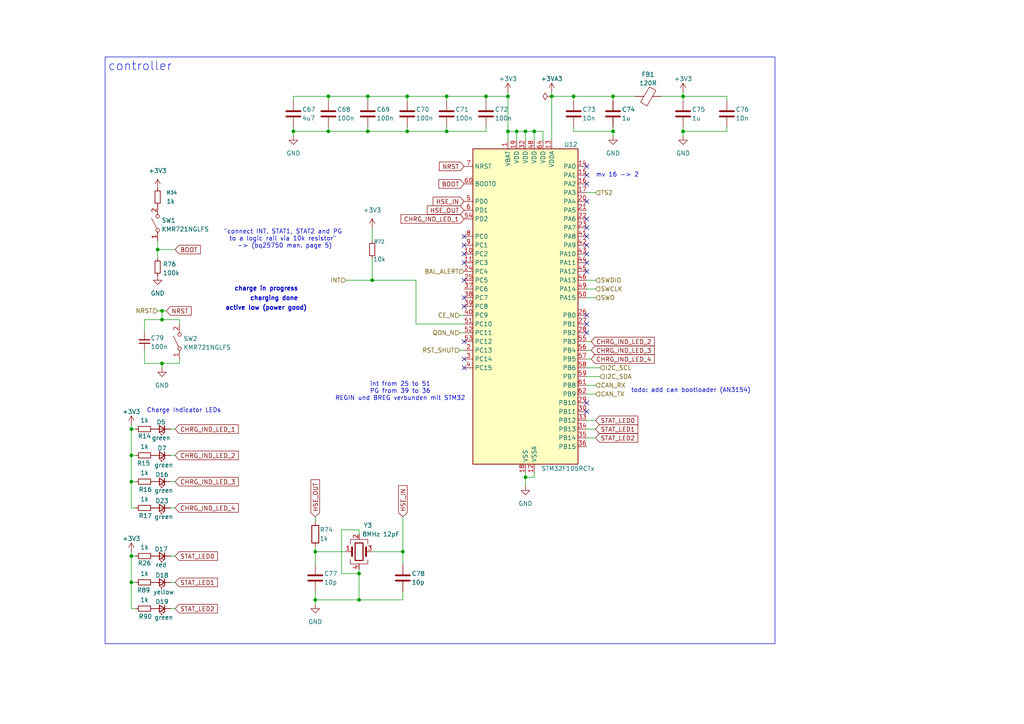
<source format=kicad_sch>
(kicad_sch (version 20250114) (generator "eeschema") (generator_version "9.0")
  (paper "A4")
  (lib_symbols
    (symbol "Device:C" (pin_numbers (hide yes)) (pin_names (offset 0.254))
      (property "Reference" "C" (at 0.635 2.54 0))
      (property "Value" "C" (at 0.635 -2.54 0))
      (symbol "C_0_1"
        (polyline (pts (xy -2.032 0.762) (xy 2.032 0.762)) (stroke (width 0.508)))
        (polyline (pts (xy -2.032 -0.762) (xy 2.032 -0.762)) (stroke (width 0.508)))
      )
      (symbol "C_1_1"
        (pin passive line (at 0 3.81 270) (length 2.794) (name "~") (number "1"))
        (pin passive line (at 0 -3.81 90) (length 2.794) (name "~") (number "2"))
      )
    )
    (symbol "Device:C_Small" (pin_numbers (hide yes)) (pin_names (offset 0.254) (hide yes))
      (property "Reference" "C" (at 0.254 1.778 0))
      (property "Value" "C_Small" (at 0.254 -2.032 0))
      (symbol "C_Small_0_1"
        (polyline (pts (xy -1.524 0.508) (xy 1.524 0.508)) (stroke (width 0.3048)))
        (polyline (pts (xy -1.524 -0.508) (xy 1.524 -0.508)) (stroke (width 0.3302)))
      )
      (symbol "C_Small_1_1"
        (pin passive line (at 0 2.54 270) (length 2.032) (name "~") (number "1"))
        (pin passive line (at 0 -2.54 90) (length 2.032) (name "~") (number "2"))
      )
    )
    (symbol "Device:Crystal_GND24" (pin_names (offset 1.016) (hide yes))
      (property "Reference" "Y" (at 3.175 5.08 0))
      (property "Value" "Crystal_GND24" (at 3.175 3.175 0))
      (symbol "Crystal_GND24_0_1"
        (polyline (pts (xy -2.54 2.286) (xy -2.54 3.556) (xy 2.54 3.556) (xy 2.54 2.286)))
        (polyline (pts (xy -2.54 0) (xy -2.032 0)))
        (polyline (pts (xy -2.54 -2.286) (xy -2.54 -3.556) (xy 2.54 -3.556) (xy 2.54 -2.286)))
        (polyline (pts (xy -2.032 -1.27) (xy -2.032 1.27)) (stroke (width 0.508)))
        (rectangle (start -1.143 2.54) (end 1.143 -2.54) (stroke (width 0.3048)))
        (polyline (pts (xy 0 3.556) (xy 0 3.81)))
        (polyline (pts (xy 0 -3.81) (xy 0 -3.556)))
        (polyline (pts (xy 2.032 0) (xy 2.54 0)))
        (polyline (pts (xy 2.032 -1.27) (xy 2.032 1.27)) (stroke (width 0.508)))
      )
      (symbol "Crystal_GND24_1_1"
        (pin passive line (at -3.81 0 0) (length 1.27) (name "1") (number "1"))
        (pin passive line (at 0 5.08 270) (length 1.27) (name "2") (number "2"))
        (pin passive line (at 0 -5.08 90) (length 1.27) (name "4") (number "4"))
        (pin passive line (at 3.81 0 180) (length 1.27) (name "3") (number "3"))
      )
    )
    (symbol "Device:FerriteBead" (pin_numbers (hide yes)) (pin_names (offset 0))
      (property "Reference" "FB" (at -3.81 0.635 90))
      (property "Value" "FerriteBead" (at 3.81 0 90))
      (symbol "FerriteBead_0_1"
        (polyline (pts (xy -2.7686 0.4064) (xy -1.7018 2.2606) (xy 2.7686 -0.3048) (xy 1.6764 -2.159) (xy -2.7686 0.4064)))
        (polyline (pts (xy 0 1.27) (xy 0 1.2954)))
        (polyline (pts (xy 0 -1.27) (xy 0 -1.2192)))
      )
      (symbol "FerriteBead_1_1"
        (pin passive line (at 0 3.81 270) (length 2.54) (name "~") (number "1"))
        (pin passive line (at 0 -3.81 90) (length 2.54) (name "~") (number "2"))
      )
    )
    (symbol "Device:LED_Small" (pin_numbers (hide yes)) (pin_names (offset 0.254) (hide yes))
      (property "Reference" "D" (at -1.27 3.175 0))
      (property "Value" "LED_Small" (at -4.445 -2.54 0))
      (symbol "LED_Small_0_1"
        (polyline (pts (xy -0.762 -1.016) (xy -0.762 1.016)) (stroke (width 0.254)))
        (polyline (pts (xy 0 0.762) (xy -0.508 1.27) (xy -0.254 1.27) (xy -0.508 1.27) (xy -0.508 1.016)))
        (polyline (pts (xy 0.508 1.27) (xy 0 1.778) (xy 0.254 1.778) (xy 0 1.778) (xy 0 1.524)))
        (polyline (pts (xy 0.762 -1.016) (xy -0.762 0) (xy 0.762 1.016) (xy 0.762 -1.016)) (stroke (width 0.254)))
        (polyline (pts (xy 1.016 0) (xy -0.762 0)))
      )
      (symbol "LED_Small_1_1"
        (pin passive line (at -2.54 0 0) (length 1.778) (name "K") (number "1"))
        (pin passive line (at 2.54 0 180) (length 1.778) (name "A") (number "2"))
      )
    )
    (symbol "Device:R" (pin_numbers (hide yes)) (pin_names (offset 0))
      (property "Reference" "R" (at 2.032 0 90))
      (property "Value" "R" (at 0 0 90))
      (symbol "R_0_1"
        (rectangle (start -1.016 -2.54) (end 1.016 2.54) (stroke (width 0.254)))
      )
      (symbol "R_1_1"
        (pin passive line (at 0 3.81 270) (length 1.27) (name "~") (number "1"))
        (pin passive line (at 0 -3.81 90) (length 1.27) (name "~") (number "2"))
      )
    )
    (symbol "Device:R_Small" (pin_numbers (hide yes)) (pin_names (offset 0.254) (hide yes))
      (property "Reference" "R" (at 0.762 0.508 0))
      (property "Value" "R_Small" (at 0.762 -1.016 0))
      (symbol "R_Small_0_1"
        (rectangle (start -0.762 1.778) (end 0.762 -1.778) (stroke (width 0.2032)))
      )
      (symbol "R_Small_1_1"
        (pin passive line (at 0 2.54 270) (length 0.762) (name "~") (number "1"))
        (pin passive line (at 0 -2.54 90) (length 0.762) (name "~") (number "2"))
      )
    )
    (symbol "GND_1" (power) (pin_numbers (hide yes)) (pin_names (offset 0) (hide yes))
      (property "Value" "GND" (at 0 -3.81 0))
      (symbol "GND_1_0_1"
        (polyline (pts (xy 0 0) (xy 0 -1.27) (xy 1.27 -1.27) (xy 0 -2.54) (xy -1.27 -1.27) (xy 0 -1.27)))
      )
      (symbol "GND_1_1_1"
        (pin power_in line (at 0 0 270) (length 0) (name "~") (number "1"))
      )
    )
    (symbol "MCU_ST_STM32F1:STM32F105RCTx"
      (property "Reference" "U" (at -15.24 46.99 0))
      (property "Value" "STM32F105RCTx" (at 10.16 46.99 0))
      (symbol "STM32F105RCTx_0_1"
        (rectangle (start -15.24 -45.72) (end 15.24 45.72) (stroke (width 0.254)) (fill (type background)))
      )
      (symbol "STM32F105RCTx_1_1"
        (pin input line (at -17.78 40.64 0) (length 2.54) (name "NRST") (number "7"))
        (pin input line (at -17.78 35.56 0) (length 2.54) (name "BOOT0") (number "60"))
        (pin bidirectional line (at -17.78 30.48 0) (length 2.54) (name "PD0") (number "5"))
        (pin bidirectional line (at -17.78 27.94 0) (length 2.54) (name "PD1") (number "6"))
        (pin bidirectional line (at -17.78 25.4 0) (length 2.54) (name "PD2") (number "54"))
        (pin bidirectional line (at -17.78 20.32 0) (length 2.54) (name "PC0") (number "8"))
        (pin bidirectional line (at -17.78 17.78 0) (length 2.54) (name "PC1") (number "9"))
        (pin bidirectional line (at -17.78 15.24 0) (length 2.54) (name "PC2") (number "10"))
        (pin bidirectional line (at -17.78 12.7 0) (length 2.54) (name "PC3") (number "11"))
        (pin bidirectional line (at -17.78 10.16 0) (length 2.54) (name "PC4") (number "24"))
        (pin bidirectional line (at -17.78 7.62 0) (length 2.54) (name "PC5") (number "25"))
        (pin bidirectional line (at -17.78 5.08 0) (length 2.54) (name "PC6") (number "37"))
        (pin bidirectional line (at -17.78 2.54 0) (length 2.54) (name "PC7") (number "38"))
        (pin bidirectional line (at -17.78 0 0) (length 2.54) (name "PC8") (number "39"))
        (pin bidirectional line (at -17.78 -2.54 0) (length 2.54) (name "PC9") (number "40"))
        (pin bidirectional line (at -17.78 -5.08 0) (length 2.54) (name "PC10") (number "51"))
        (pin bidirectional line (at -17.78 -7.62 0) (length 2.54) (name "PC11") (number "52"))
        (pin bidirectional line (at -17.78 -10.16 0) (length 2.54) (name "PC12") (number "53"))
        (pin bidirectional line (at -17.78 -12.7 0) (length 2.54) (name "PC13") (number "2"))
        (pin bidirectional line (at -17.78 -15.24 0) (length 2.54) (name "PC14") (number "3"))
        (pin bidirectional line (at -17.78 -17.78 0) (length 2.54) (name "PC15") (number "4"))
        (pin power_in line (at -5.08 48.26 270) (length 2.54) (name "VBAT") (number "1"))
        (pin power_in line (at -2.54 48.26 270) (length 2.54) (name "VDD") (number "19"))
        (pin power_in line (at 0 48.26 270) (length 2.54) (name "VDD") (number "32"))
        (pin power_in line (at 0 -48.26 90) (length 2.54) (name "VSS") (number "18"))
        (pin passive line (at 0 -48.26 90) (length 2.54) (hide yes) (name "VSS") (number "31"))
        (pin passive line (at 0 -48.26 90) (length 2.54) (hide yes) (name "VSS") (number "47"))
        (pin passive line (at 0 -48.26 90) (length 2.54) (hide yes) (name "VSS") (number "63"))
        (pin power_in line (at 2.54 48.26 270) (length 2.54) (name "VDD") (number "48"))
        (pin power_in line (at 2.54 -48.26 90) (length 2.54) (name "VSSA") (number "12"))
        (pin power_in line (at 5.08 48.26 270) (length 2.54) (name "VDD") (number "64"))
        (pin power_in line (at 7.62 48.26 270) (length 2.54) (name "VDDA") (number "13"))
        (pin bidirectional line (at 17.78 40.64 180) (length 2.54) (name "PA0") (number "14"))
        (pin bidirectional line (at 17.78 38.1 180) (length 2.54) (name "PA1") (number "15"))
        (pin bidirectional line (at 17.78 35.56 180) (length 2.54) (name "PA2") (number "16"))
        (pin bidirectional line (at 17.78 33.02 180) (length 2.54) (name "PA3") (number "17"))
        (pin bidirectional line (at 17.78 30.48 180) (length 2.54) (name "PA4") (number "20"))
        (pin bidirectional line (at 17.78 27.94 180) (length 2.54) (name "PA5") (number "21"))
        (pin bidirectional line (at 17.78 25.4 180) (length 2.54) (name "PA6") (number "22"))
        (pin bidirectional line (at 17.78 22.86 180) (length 2.54) (name "PA7") (number "23"))
        (pin bidirectional line (at 17.78 20.32 180) (length 2.54) (name "PA8") (number "41"))
        (pin bidirectional line (at 17.78 17.78 180) (length 2.54) (name "PA9") (number "42"))
        (pin bidirectional line (at 17.78 15.24 180) (length 2.54) (name "PA10") (number "43"))
        (pin bidirectional line (at 17.78 12.7 180) (length 2.54) (name "PA11") (number "44"))
        (pin bidirectional line (at 17.78 10.16 180) (length 2.54) (name "PA12") (number "45"))
        (pin bidirectional line (at 17.78 7.62 180) (length 2.54) (name "PA13") (number "46"))
        (pin bidirectional line (at 17.78 5.08 180) (length 2.54) (name "PA14") (number "49"))
        (pin bidirectional line (at 17.78 2.54 180) (length 2.54) (name "PA15") (number "50"))
        (pin bidirectional line (at 17.78 -2.54 180) (length 2.54) (name "PB0") (number "26"))
        (pin bidirectional line (at 17.78 -5.08 180) (length 2.54) (name "PB1") (number "27"))
        (pin bidirectional line (at 17.78 -7.62 180) (length 2.54) (name "PB2") (number "28"))
        (pin bidirectional line (at 17.78 -10.16 180) (length 2.54) (name "PB3") (number "55"))
        (pin bidirectional line (at 17.78 -12.7 180) (length 2.54) (name "PB4") (number "56"))
        (pin bidirectional line (at 17.78 -15.24 180) (length 2.54) (name "PB5") (number "57"))
        (pin bidirectional line (at 17.78 -17.78 180) (length 2.54) (name "PB6") (number "58"))
        (pin bidirectional line (at 17.78 -20.32 180) (length 2.54) (name "PB7") (number "59"))
        (pin bidirectional line (at 17.78 -22.86 180) (length 2.54) (name "PB8") (number "61"))
        (pin bidirectional line (at 17.78 -25.4 180) (length 2.54) (name "PB9") (number "62"))
        (pin bidirectional line (at 17.78 -27.94 180) (length 2.54) (name "PB10") (number "29"))
        (pin bidirectional line (at 17.78 -30.48 180) (length 2.54) (name "PB11") (number "30"))
        (pin bidirectional line (at 17.78 -33.02 180) (length 2.54) (name "PB12") (number "33"))
        (pin bidirectional line (at 17.78 -35.56 180) (length 2.54) (name "PB13") (number "34"))
        (pin bidirectional line (at 17.78 -38.1 180) (length 2.54) (name "PB14") (number "35"))
        (pin bidirectional line (at 17.78 -40.64 180) (length 2.54) (name "PB15") (number "36"))
      )
    )
    (symbol "R_Small_1" (pin_numbers (hide yes)) (pin_names (offset 0.254) (hide yes))
      (property "Reference" "R" (at 0 0 90))
      (property "Value" "R_Small" (at 1.778 0 90))
      (symbol "R_Small_1_0_1"
        (rectangle (start -0.762 1.778) (end 0.762 -1.778) (stroke (width 0.2032)))
      )
      (symbol "R_Small_1_1_1"
        (pin passive line (at 0 2.54 270) (length 0.762) (name "~") (number "1"))
        (pin passive line (at 0 -2.54 90) (length 0.762) (name "~") (number "2"))
      )
    )
    (symbol "R_Small_3" (pin_numbers (hide yes)) (pin_names (offset 0.254) (hide yes))
      (property "Reference" "R" (at 0 0 90))
      (property "Value" "R_Small" (at 1.778 0 90))
      (symbol "R_Small_3_0_1"
        (rectangle (start -0.762 1.778) (end 0.762 -1.778) (stroke (width 0.2032)))
      )
      (symbol "R_Small_3_1_1"
        (pin passive line (at 0 2.54 270) (length 0.762) (name "~") (number "1"))
        (pin passive line (at 0 -2.54 90) (length 0.762) (name "~") (number "2"))
      )
    )
    (symbol "Switch:SW_SPST" (pin_names (offset 0) (hide yes))
      (property "Reference" "SW" (at 0 3.175 0))
      (property "Value" "SW_SPST" (at 0 -2.54 0))
      (symbol "SW_SPST_0_0"
        (circle (center -2.032 0) (radius 0.508))
        (polyline (pts (xy -1.524 0.254) (xy 1.524 1.778)))
        (circle (center 2.032 0) (radius 0.508))
      )
      (symbol "SW_SPST_1_1"
        (pin passive line (at -5.08 0 0) (length 2.54) (name "A") (number "1"))
        (pin passive line (at 5.08 0 180) (length 2.54) (name "B") (number "2"))
      )
    )
    (symbol "power:+3.3V" (power) (pin_numbers (hide yes)) (pin_names (offset 0) (hide yes))
      (property "Value" "+3.3V" (at 0 3.556 0))
      (symbol "+3.3V_0_1"
        (polyline (pts (xy -0.762 1.27) (xy 0 2.54)))
        (polyline (pts (xy 0 2.54) (xy 0.762 1.27)))
        (polyline (pts (xy 0 0) (xy 0 2.54)))
      )
      (symbol "+3.3V_1_1"
        (pin power_in line (at 0 0 90) (length 0) (name "~") (number "1"))
      )
    )
    (symbol "power:PWR_FLAG" (power) (pin_numbers (hide yes)) (pin_names (offset 0) (hide yes))
      (property "Value" "PWR_FLAG" (at 0 3.81 0))
      (symbol "PWR_FLAG_0_0"
        (pin power_out line (at 0 0 90) (length 0) (name "pwr") (number "1"))
      )
      (symbol "PWR_FLAG_0_1"
        (polyline (pts (xy 0 0) (xy 0 1.27) (xy -1.016 1.905) (xy 0 2.54) (xy 1.016 1.905) (xy 0 1.27)))
      )
    )
  )
  (rectangle (start 30.48 16.51) (end 224.79 186.69))
  (text "controller" (at 40.64 19.304 0) (effects (font (size 2.54 2.54))))
  (text "mv 16 -> 2" (at 179.07 50.8 0) (effects (font (size 1.27 1.27))))
  (text "\"connect INT, STAT1, STAT2 and PG \nto a logic rail via 10k resistor\" \n-> (bq25750 man. page 5)" (at 82.55 69.342 0) (effects (font (size 1.27 1.27))))
  (text "Charge Indicator LEDs" (at 53.34 119.126 0) (effects (font (size 1.27 1.27))))
  (text "todo: add can bootloader (AN3154)" (at 200.406 113.284 0) (effects (font (size 1.27 1.27))))
  (text "active low (power good)" (at 77.216 89.408 0) (effects (font (size 1.27 1.27) (thickness 0.254) (bold yes))))
  (text "charge in progress" (at 77.216 83.82 0) (effects (font (size 1.27 1.27) (thickness 0.254) (bold yes))))
  (text "int from 25 to 51\nPG from 39 to 36\nREGIN und BREG verbunden mit STM32" (at 116.078 113.538 0) (effects (font (size 1.27 1.27))))
  (text "charging done" (at 79.502 86.614 0) (effects (font (size 1.27 1.27) (thickness 0.254) (bold yes))))
  (junction (at 107.95 81.28))
  (junction (at 91.44 173.99))
  (junction (at 95.25 38.1))
  (junction (at 118.11 27.94))
  (junction (at 160.02 27.94))
  (junction (at 198.12 27.94))
  (junction (at 38.1 132.08))
  (junction (at 106.68 27.94))
  (junction (at 140.97 27.94))
  (junction (at 129.54 38.1))
  (junction (at 177.8 27.94))
  (junction (at 116.84 160.02))
  (junction (at 46.99 105.41))
  (junction (at 152.4 138.43))
  (junction (at 147.32 38.1))
  (junction (at 106.68 38.1))
  (junction (at 149.86 38.1))
  (junction (at 104.14 166.37))
  (junction (at 38.1 124.46))
  (junction (at 166.37 27.94))
  (junction (at 104.14 173.99))
  (junction (at 38.1 139.7))
  (junction (at 118.11 38.1))
  (junction (at 95.25 27.94))
  (junction (at 45.72 72.39))
  (junction (at 129.54 27.94))
  (junction (at 46.99 90.17))
  (junction (at 85.09 38.1))
  (junction (at 91.44 160.02))
  (junction (at 147.32 27.94))
  (junction (at 46.99 92.71))
  (junction (at 198.12 38.1))
  (junction (at 152.4 38.1))
  (junction (at 177.8 38.1))
  (junction (at 154.94 38.1))
  (junction (at 38.1 161.29))
  (junction (at 38.1 168.91))
  (no_connect (at 134.62 88.9))
  (no_connect (at 170.18 48.26))
  (no_connect (at 170.18 93.98))
  (no_connect (at 170.18 50.8))
  (no_connect (at 170.18 91.44))
  (no_connect (at 170.18 116.84))
  (no_connect (at 170.18 76.2))
  (no_connect (at 170.18 53.34))
  (no_connect (at 170.18 71.12))
  (no_connect (at 134.62 86.36))
  (no_connect (at 134.62 106.68))
  (no_connect (at 134.62 81.28))
  (no_connect (at 170.18 58.42))
  (no_connect (at 170.18 78.74))
  (no_connect (at 134.62 73.66))
  (no_connect (at 134.62 76.2))
  (no_connect (at 170.18 66.04))
  (no_connect (at 134.62 68.58))
  (no_connect (at 170.18 96.52))
  (no_connect (at 170.18 119.38))
  (no_connect (at 170.18 63.5))
  (no_connect (at 170.18 73.66))
  (no_connect (at 134.62 104.14))
  (no_connect (at 134.62 71.12))
  (no_connect (at 134.62 99.06))
  (no_connect (at 170.18 68.58))
  (wire (pts (xy 46.99 105.41) (xy 41.91 105.41)))
  (wire (pts (xy 104.14 166.37) (xy 104.14 165.1)))
  (wire (pts (xy 91.44 149.86) (xy 91.44 151.13)))
  (wire (pts (xy 177.8 27.94) (xy 184.15 27.94)))
  (wire (pts (xy 38.1 161.29) (xy 38.1 168.91)))
  (wire (pts (xy 129.54 38.1) (xy 140.97 38.1)))
  (wire (pts (xy 171.45 101.6) (xy 170.18 101.6)))
  (wire (pts (xy 172.72 81.28) (xy 170.18 81.28)))
  (wire (pts (xy 39.37 176.53) (xy 38.1 176.53)))
  (wire (pts (xy 154.94 38.1) (xy 154.94 40.64)))
  (wire (pts (xy 170.18 109.22) (xy 173.99 109.22)))
  (wire (pts (xy 134.62 93.98) (xy 120.65 93.98)))
  (wire (pts (xy 46.99 105.41) (xy 52.07 105.41)))
  (wire (pts (xy 41.91 92.71) (xy 46.99 92.71)))
  (wire (pts (xy 118.11 27.94) (xy 129.54 27.94)))
  (wire (pts (xy 85.09 39.37) (xy 85.09 38.1)))
  (wire (pts (xy 152.4 38.1) (xy 149.86 38.1)))
  (wire (pts (xy 198.12 27.94) (xy 198.12 29.21)))
  (wire (pts (xy 171.45 104.14) (xy 170.18 104.14)))
  (wire (pts (xy 129.54 27.94) (xy 129.54 29.21)))
  (wire (pts (xy 147.32 26.67) (xy 147.32 27.94)))
  (wire (pts (xy 46.99 92.71) (xy 46.99 90.17)))
  (wire (pts (xy 107.95 160.02) (xy 116.84 160.02)))
  (wire (pts (xy 106.68 38.1) (xy 118.11 38.1)))
  (wire (pts (xy 116.84 149.86) (xy 116.84 160.02)))
  (wire (pts (xy 95.25 38.1) (xy 95.25 36.83)))
  (wire (pts (xy 177.8 36.83) (xy 177.8 38.1)))
  (wire (pts (xy 157.48 38.1) (xy 154.94 38.1)))
  (wire (pts (xy 99.06 153.67) (xy 99.06 166.37)))
  (wire (pts (xy 106.68 27.94) (xy 106.68 29.21)))
  (wire (pts (xy 177.8 39.37) (xy 177.8 38.1)))
  (wire (pts (xy 149.86 38.1) (xy 147.32 38.1)))
  (wire (pts (xy 107.95 74.93) (xy 107.95 81.28)))
  (wire (pts (xy 91.44 173.99) (xy 104.14 173.99)))
  (wire (pts (xy 140.97 29.21) (xy 140.97 27.94)))
  (wire (pts (xy 85.09 27.94) (xy 85.09 29.21)))
  (wire (pts (xy 166.37 29.21) (xy 166.37 27.94)))
  (wire (pts (xy 107.95 81.28) (xy 120.65 81.28)))
  (wire (pts (xy 49.53 132.08) (xy 50.8 132.08)))
  (wire (pts (xy 91.44 160.02) (xy 100.33 160.02)))
  (wire (pts (xy 49.53 139.7) (xy 50.8 139.7)))
  (wire (pts (xy 91.44 160.02) (xy 91.44 163.83)))
  (wire (pts (xy 133.35 91.44) (xy 134.62 91.44)))
  (wire (pts (xy 45.72 72.39) (xy 50.8 72.39)))
  (wire (pts (xy 152.4 138.43) (xy 152.4 140.97)))
  (wire (pts (xy 38.1 139.7) (xy 38.1 147.32)))
  (wire (pts (xy 91.44 171.45) (xy 91.44 173.99)))
  (wire (pts (xy 118.11 38.1) (xy 118.11 36.83)))
  (wire (pts (xy 46.99 90.17) (xy 45.72 90.17)))
  (wire (pts (xy 170.18 127) (xy 172.72 127)))
  (wire (pts (xy 39.37 147.32) (xy 38.1 147.32)))
  (wire (pts (xy 38.1 124.46) (xy 39.37 124.46)))
  (wire (pts (xy 49.53 176.53) (xy 50.8 176.53)))
  (wire (pts (xy 198.12 36.83) (xy 198.12 38.1)))
  (wire (pts (xy 140.97 36.83) (xy 140.97 38.1)))
  (wire (pts (xy 172.72 55.88) (xy 170.18 55.88)))
  (wire (pts (xy 104.14 166.37) (xy 104.14 173.99)))
  (wire (pts (xy 99.06 166.37) (xy 104.14 166.37)))
  (wire (pts (xy 116.84 171.45) (xy 116.84 173.99)))
  (wire (pts (xy 49.53 147.32) (xy 50.8 147.32)))
  (wire (pts (xy 38.1 161.29) (xy 39.37 161.29)))
  (wire (pts (xy 100.33 81.28) (xy 107.95 81.28)))
  (wire (pts (xy 107.95 66.04) (xy 107.95 69.85)))
  (wire (pts (xy 38.1 124.46) (xy 38.1 123.19)))
  (wire (pts (xy 166.37 36.83) (xy 166.37 38.1)))
  (wire (pts (xy 120.65 93.98) (xy 120.65 81.28)))
  (wire (pts (xy 152.4 38.1) (xy 152.4 40.64)))
  (wire (pts (xy 147.32 38.1) (xy 147.32 40.64)))
  (wire (pts (xy 85.09 38.1) (xy 85.09 36.83)))
  (wire (pts (xy 38.1 132.08) (xy 38.1 139.7)))
  (wire (pts (xy 104.14 173.99) (xy 116.84 173.99)))
  (wire (pts (xy 170.18 106.68) (xy 173.99 106.68)))
  (wire (pts (xy 106.68 38.1) (xy 106.68 36.83)))
  (wire (pts (xy 133.35 96.52) (xy 134.62 96.52)))
  (wire (pts (xy 154.94 138.43) (xy 152.4 138.43)))
  (wire (pts (xy 52.07 93.98) (xy 52.07 92.71)))
  (wire (pts (xy 104.14 154.94) (xy 104.14 153.67)))
  (wire (pts (xy 46.99 90.17) (xy 48.26 90.17)))
  (wire (pts (xy 38.1 161.29) (xy 38.1 160.02)))
  (wire (pts (xy 166.37 38.1) (xy 177.8 38.1)))
  (wire (pts (xy 170.18 121.92) (xy 172.72 121.92)))
  (wire (pts (xy 133.35 101.6) (xy 134.62 101.6)))
  (wire (pts (xy 177.8 27.94) (xy 166.37 27.94)))
  (wire (pts (xy 166.37 27.94) (xy 160.02 27.94)))
  (wire (pts (xy 210.82 27.94) (xy 198.12 27.94)))
  (wire (pts (xy 85.09 27.94) (xy 95.25 27.94)))
  (wire (pts (xy 140.97 27.94) (xy 147.32 27.94)))
  (wire (pts (xy 45.72 72.39) (xy 45.72 74.93)))
  (wire (pts (xy 172.72 83.82) (xy 170.18 83.82)))
  (wire (pts (xy 49.53 168.91) (xy 50.8 168.91)))
  (wire (pts (xy 38.1 124.46) (xy 38.1 132.08)))
  (wire (pts (xy 172.72 114.3) (xy 170.18 114.3)))
  (wire (pts (xy 157.48 40.64) (xy 157.48 38.1)))
  (wire (pts (xy 170.18 86.36) (xy 172.72 86.36)))
  (wire (pts (xy 91.44 158.75) (xy 91.44 160.02)))
  (wire (pts (xy 147.32 27.94) (xy 147.32 38.1)))
  (wire (pts (xy 177.8 29.21) (xy 177.8 27.94)))
  (wire (pts (xy 95.25 38.1) (xy 106.68 38.1)))
  (wire (pts (xy 160.02 26.67) (xy 160.02 27.94)))
  (wire (pts (xy 154.94 137.16) (xy 154.94 138.43)))
  (wire (pts (xy 170.18 124.46) (xy 172.72 124.46)))
  (wire (pts (xy 198.12 26.67) (xy 198.12 27.94)))
  (wire (pts (xy 198.12 38.1) (xy 198.12 39.37)))
  (wire (pts (xy 49.53 124.46) (xy 50.8 124.46)))
  (wire (pts (xy 52.07 105.41) (xy 52.07 104.14)))
  (wire (pts (xy 41.91 92.71) (xy 41.91 96.52)))
  (wire (pts (xy 95.25 27.94) (xy 95.25 29.21)))
  (wire (pts (xy 46.99 92.71) (xy 52.07 92.71)))
  (wire (pts (xy 160.02 27.94) (xy 160.02 40.64)))
  (wire (pts (xy 118.11 27.94) (xy 118.11 29.21)))
  (wire (pts (xy 210.82 27.94) (xy 210.82 29.21)))
  (wire (pts (xy 191.77 27.94) (xy 198.12 27.94)))
  (wire (pts (xy 46.99 106.68) (xy 46.99 105.41)))
  (wire (pts (xy 210.82 36.83) (xy 210.82 38.1)))
  (wire (pts (xy 149.86 38.1) (xy 149.86 40.64)))
  (wire (pts (xy 41.91 105.41) (xy 41.91 101.6)))
  (wire (pts (xy 38.1 168.91) (xy 38.1 176.53)))
  (wire (pts (xy 45.72 72.39) (xy 45.72 69.85)))
  (wire (pts (xy 39.37 139.7) (xy 38.1 139.7)))
  (wire (pts (xy 154.94 38.1) (xy 152.4 38.1)))
  (wire (pts (xy 104.14 153.67) (xy 99.06 153.67)))
  (wire (pts (xy 38.1 132.08) (xy 39.37 132.08)))
  (wire (pts (xy 152.4 137.16) (xy 152.4 138.43)))
  (wire (pts (xy 171.45 99.06) (xy 170.18 99.06)))
  (wire (pts (xy 95.25 27.94) (xy 106.68 27.94)))
  (wire (pts (xy 106.68 27.94) (xy 118.11 27.94)))
  (wire (pts (xy 210.82 38.1) (xy 198.12 38.1)))
  (wire (pts (xy 118.11 38.1) (xy 129.54 38.1)))
  (wire (pts (xy 116.84 160.02) (xy 116.84 163.83)))
  (wire (pts (xy 129.54 27.94) (xy 140.97 27.94)))
  (wire (pts (xy 38.1 168.91) (xy 39.37 168.91)))
  (wire (pts (xy 85.09 38.1) (xy 95.25 38.1)))
  (wire (pts (xy 49.53 161.29) (xy 50.8 161.29)))
  (wire (pts (xy 129.54 38.1) (xy 129.54 36.83)))
  (wire (pts (xy 172.72 111.76) (xy 170.18 111.76)))
  (wire (pts (xy 91.44 175.26) (xy 91.44 173.99)))
  (global_label "HSE_OUT" (shape input) (at 134.62 60.96 180) (property "Intersheetrefs" "${INTERSHEET_REFS}" (effects (hide yes))))
  (global_label "CHRG_IND_LED_1" (shape input) (at 50.8 124.46 0) (property "Intersheetrefs" "${INTERSHEET_REFS}" (effects (hide yes))))
  (global_label "CHRG_IND_LED_2" (shape input) (at 171.45 99.06 0) (property "Intersheetrefs" "${INTERSHEET_REFS}" (effects (hide yes))))
  (global_label "NRST" (shape input) (at 48.26 90.17 0) (property "Intersheetrefs" "${INTERSHEET_REFS}" (effects (hide yes))))
  (global_label "CHRG_IND_LED_3" (shape input) (at 50.8 139.7 0) (property "Intersheetrefs" "${INTERSHEET_REFS}" (effects (hide yes))))
  (global_label "STAT_LED2" (shape input) (at 172.72 127 0) (property "Intersheetrefs" "${INTERSHEET_REFS}" (effects (hide yes))))
  (global_label "HSE_IN" (shape input) (at 116.84 149.86 90) (property "Intersheetrefs" "${INTERSHEET_REFS}" (effects (hide yes))))
  (global_label "STAT_LED2" (shape input) (at 50.8 176.53 0) (property "Intersheetrefs" "${INTERSHEET_REFS}" (effects (hide yes))))
  (global_label "HSE_IN" (shape input) (at 134.62 58.42 180) (property "Intersheetrefs" "${INTERSHEET_REFS}" (effects (hide yes))))
  (global_label "STAT_LED0" (shape input) (at 50.8 161.29 0) (property "Intersheetrefs" "${INTERSHEET_REFS}" (effects (hide yes))))
  (global_label "STAT_LED1" (shape input) (at 50.8 168.91 0) (property "Intersheetrefs" "${INTERSHEET_REFS}" (effects (hide yes))))
  (global_label "CHRG_IND_LED_4" (shape input) (at 50.8 147.32 0) (property "Intersheetrefs" "${INTERSHEET_REFS}" (effects (hide yes))))
  (global_label "STAT_LED1" (shape input) (at 172.72 124.46 0) (property "Intersheetrefs" "${INTERSHEET_REFS}" (effects (hide yes))))
  (global_label "HSE_OUT" (shape input) (at 91.44 149.86 90) (property "Intersheetrefs" "${INTERSHEET_REFS}" (effects (hide yes))))
  (global_label "BOOT" (shape input) (at 134.62 53.34 180) (property "Intersheetrefs" "${INTERSHEET_REFS}" (effects (hide yes))))
  (global_label "CHRG_IND_LED_2" (shape input) (at 50.8 132.08 0) (property "Intersheetrefs" "${INTERSHEET_REFS}" (effects (hide yes))))
  (global_label "CHRG_IND_LED_4" (shape input) (at 171.45 104.14 0) (property "Intersheetrefs" "${INTERSHEET_REFS}" (effects (hide yes))))
  (global_label "BOOT" (shape input) (at 50.8 72.39 0) (property "Intersheetrefs" "${INTERSHEET_REFS}" (effects (hide yes))))
  (global_label "CHRG_IND_LED_3" (shape input) (at 171.45 101.6 0) (property "Intersheetrefs" "${INTERSHEET_REFS}" (effects (hide yes))))
  (global_label "CHRG_IND_LED_1" (shape input) (at 134.62 63.5 180) (property "Intersheetrefs" "${INTERSHEET_REFS}" (effects (hide yes))))
  (global_label "NRST" (shape input) (at 134.62 48.26 180) (property "Intersheetrefs" "${INTERSHEET_REFS}" (effects (hide yes))))
  (global_label "STAT_LED0" (shape input) (at 172.72 121.92 0) (property "Intersheetrefs" "${INTERSHEET_REFS}" (effects (hide yes))))
  (hierarchical_label "CAN_TX" (shape input) (at 172.72 114.3 0))
  (hierarchical_label "NRST" (shape input) (at 45.72 90.17 180))
  (hierarchical_label "SWCLK" (shape input) (at 172.72 83.82 0))
  (hierarchical_label "INT" (shape input) (at 100.33 81.28 180))
  (hierarchical_label "QON_N" (shape input) (at 133.35 96.52 180))
  (hierarchical_label "RST_SHUT" (shape input) (at 133.35 101.6 180))
  (hierarchical_label "I2C_SDA" (shape input) (at 173.99 109.22 0))
  (hierarchical_label "CAN_RX" (shape input) (at 172.72 111.76 0))
  (hierarchical_label "BAL_ALERT" (shape input) (at 134.62 78.74 180))
  (hierarchical_label "I2C_SCL" (shape input) (at 173.99 106.68 0))
  (hierarchical_label "CE_N" (shape input) (at 133.35 91.44 180))
  (hierarchical_label "SWDIO" (shape input) (at 172.72 81.28 0))
  (hierarchical_label "SWO" (shape input) (at 172.72 86.36 0))
  (hierarchical_label "TS2" (shape input) (at 172.72 55.88 0))
  (symbol (lib_id "Device:LED_Small") (at 46.99 132.08 180) (unit 1)
    (property "Reference" "D7" (at 46.99 130.048 0))
    (property "Value" "green" (at 47.498 134.874 0))
    (property "Footprint" "LED_SMD:LED_0603_1608Metric" (effects (hide yes)))
    (property "LCSC" "C2296" (effects (hide yes)))
  )
  (symbol (lib_id "power:+3.3V") (at 160.02 26.67 0) (unit 1)
    (property "Reference" "#PWR0117" (effects (hide yes)))
    (property "Value" "+3VA3" (at 160.02 22.86 0))
  )
  (symbol (lib_id "Device:C") (at 166.37 33.02 0) (unit 1)
    (property "Reference" "C73" (at 168.91 31.75 0) (effects (justify left)))
    (property "Value" "10n" (at 168.91 34.29 0) (effects (justify left)))
    (property "Footprint" "Capacitor_SMD:C_0402_1005Metric" (effects (hide yes)))
    (property "Datasheet" "https://www.lcsc.com/datasheet/lcsc_datasheet_2304140030_YAGEO-CC0402KRX7R9BB103_C60133.pdf" (effects (hide yes)))
    (property "Description" "50V 10nF X7R ±10% 0402 Multilayer Ceramic Capacitors MLCC - SMD/SMT ROHS" (effects (hide yes)))
    (property "LCSC#" "C60133" (effects (hide yes)))
    (property "Manufacturer" "YAGEO" (effects (hide yes)))
  )
  (symbol (lib_id "Device:C") (at 85.09 33.02 0) (unit 1)
    (property "Reference" "C67" (at 87.63 31.75 0) (effects (justify left)))
    (property "Value" "4u7" (at 87.63 34.29 0) (effects (justify left)))
    (property "Footprint" "Capacitor_SMD:C_0402_1005Metric" (effects (hide yes)))
    (property "Datasheet" "https://www.lcsc.com/datasheet/lcsc_datasheet_2304140030_Samsung-Electro-Mechanics-CL05A475KP5NRNC_C368809.pdf" (effects (hide yes)))
    (property "Description" "10V 4.7uF X5R ±10% 0402 Multilayer Ceramic Capacitors MLCC - SMD/SMT ROHS" (effects (hide yes)))
    (property "LCSC#" "C368809" (effects (hide yes)))
    (property "Manufacturer" "Samsung Electro-Mechanics" (effects (hide yes)))
  )
  (symbol (lib_id "Device:C") (at 91.44 167.64 0) (unit 1)
    (property "Reference" "C77" (at 93.98 166.37 0) (effects (justify left)))
    (property "Value" "10p" (at 93.98 168.91 0) (effects (justify left)))
    (property "Footprint" "Capacitor_SMD:C_0402_1005Metric" (effects (hide yes)))
    (property "Datasheet" "https://www.lcsc.com/datasheet/lcsc_datasheet_2410121857_Murata-Electronics-GRM1555C1H100JA01D_C76946.pdf" (effects (hide yes)))
    (property "Description" "50V 10pF C0G ±5% 0402 Multilayer Ceramic Capacitors MLCC - SMD/SMT ROHS" (effects (hide yes)))
    (property "LCSC#" "C76946" (effects (hide yes)))
    (property "Manufacturer" "Murata Electronics" (effects (hide yes)))
  )
  (symbol (lib_id "Device:LED_Small") (at 46.99 139.7 180) (unit 1)
    (property "Reference" "D16" (at 46.99 137.668 0))
    (property "Value" "green" (at 47.498 142.24 0))
    (property "Footprint" "LED_SMD:LED_0603_1608Metric" (effects (hide yes)))
    (property "LCSC" "C2297" (effects (hide yes)))
  )
  (symbol (lib_id "Device:R_Small") (at 41.91 168.91 90) (unit 1)
    (property "Reference" "R89" (at 41.656 171.196 90))
    (property "Value" "1k" (at 41.91 166.37 90))
    (property "Footprint" "Resistor_SMD:R_0402_1005Metric" (effects (hide yes)))
    (property "LCSC" "C11702" (effects (hide yes)))
  )
  (symbol (lib_id "Device:FerriteBead") (at 187.96 27.94 270) (unit 1)
    (property "Reference" "FB1" (at 187.96 21.59 90))
    (property "Value" "120R" (at 187.96 24.13 90))
    (property "Footprint" "Inductor_SMD:L_0603_1608Metric" (effects (hide yes)))
    (property "Datasheet" "https://www.lcsc.com/datasheet/lcsc_datasheet_2304140030_Murata-Electronics-BLM18PG121SN1D_C14709.pdf" (effects (hide yes)))
    (property "Description" "50mΩ ±25% 120Ω@100MHz 0603 Ferrite Beads ROHS" (effects (hide yes)))
    (property "LCSC#" "C14709" (effects (hide yes)))
    (property "Manufacturer" "Murata Electronics BLM18PG121SN1D" (effects (hide yes)))
    (property "Part#" "BLM18PG121SN1D" (effects (hide yes)))
  )
  (symbol (lib_id "power:+3.3V") (at 107.95 66.04 0) (unit 1)
    (property "Reference" "#PWR063" (effects (hide yes)))
    (property "Value" "+3V3" (at 107.95 60.96 0))
    (property "Description" "Power symbol creates a global label with name \"+3.3V\"" (effects (hide yes)))
  )
  (symbol (lib_id "Device:R_Small") (at 41.91 132.08 90) (unit 1)
    (property "Reference" "R15" (at 41.656 134.366 90))
    (property "Value" "1k" (at 41.91 129.54 90))
    (property "Footprint" "Resistor_SMD:R_0603_1608Metric" (effects (hide yes)))
    (property "LCSC" "C11702" (effects (hide yes)))
  )
  (symbol (lib_id "Device:LED_Small") (at 46.99 168.91 180) (unit 1)
    (property "Reference" "D18" (at 46.99 166.878 0))
    (property "Value" "yellow" (at 47.498 171.704 0))
    (property "Footprint" "LED_SMD:LED_0603_1608Metric" (effects (hide yes)))
    (property "LCSC" "C2296" (effects (hide yes)))
  )
  (symbol (lib_id "power:+3.3V") (at 198.12 26.67 0) (unit 1)
    (property "Reference" "#PWR0146" (effects (hide yes)))
    (property "Value" "+3V3" (at 198.12 22.86 0))
  )
  (symbol (lib_id "Device:C") (at 118.11 33.02 0) (unit 1)
    (property "Reference" "C70" (at 120.65 31.75 0) (effects (justify left)))
    (property "Value" "100n" (at 120.65 34.29 0) (effects (justify left)))
    (property "Footprint" "Capacitor_SMD:C_0402_1005Metric" (effects (hide yes)))
    (property "Datasheet" "https://www.lcsc.com/datasheet/lcsc_datasheet_2410121858_Murata-Electronics-GRM155R71H104KE14D_C77020.pdf" (effects (hide yes)))
    (property "Description" "50V 100nF X7R ±10% 0402 Multilayer Ceramic Capacitors MLCC - SMD/SMT ROHS" (effects (hide yes)))
    (property "LCSC#" "C307331" (effects (hide yes)))
    (property "Manufacturer" "Murata Electronics" (effects (hide yes)))
  )
  (symbol (lib_id "MCU_ST_STM32F1:STM32F105RCTx") (at 152.4 88.9 0) (unit 1)
    (property "Reference" "U12" (at 163.576 41.91 0) (effects (justify left)))
    (property "Value" "STM32F105RCTx" (at 156.972 135.89 0) (effects (justify left)))
    (property "Footprint" "Package_QFP:LQFP-64_10x10mm_P0.5mm" (effects (hide yes)))
    (property "Datasheet" "https://www.st.com/resource/en/datasheet/stm32f105rc.pdf" (effects (hide yes)))
    (property "Description" "STMicroelectronics Arm Cortex-M3 MCU, 256KB flash, 64KB RAM, 72 MHz, 2.0-3.6V, 51 GPIO, LQFP64" (effects (hide yes)))
    (property "LCSC" "C8345" (effects (hide yes)))
  )
  (symbol (lib_id "power:+3.3V") (at 45.72 54.61 0) (unit 1)
    (property "Reference" "#PWR0150" (effects (hide yes)))
    (property "Value" "+3V3" (at 45.72 49.53 0))
    (property "Description" "Power symbol creates a global label with name \"+3.3V\"" (effects (hide yes)))
  )
  (symbol (lib_name "R_Small_1") (lib_id "Device:R_Small") (at 107.95 72.39 0) (unit 1)
    (property "Reference" "R72" (at 108.458 70.104 0) (effects (font (size 1.016 1.016)) (justify left)))
    (property "Value" "10k" (at 108.204 75.184 0) (effects (justify left)))
    (property "Footprint" "Resistor_SMD:R_0603_1608Metric" (effects (hide yes)))
    (property "Description" "Resistor, small symbol" (effects (hide yes)))
  )
  (symbol (lib_id "power:PWR_FLAG") (at 160.02 27.94 90) (unit 1)
    (property "Reference" "#FLG011" (effects (hide yes)))
    (property "Value" "PWR_FLAG" (effects (hide yes)))
    (property "Description" "Special symbol for telling ERC where power comes from" (effects (hide yes)))
  )
  (symbol (lib_id "Device:C") (at 116.84 167.64 0) (unit 1)
    (property "Reference" "C78" (at 119.38 166.37 0) (effects (justify left)))
    (property "Value" "10p" (at 119.38 168.91 0) (effects (justify left)))
    (property "Footprint" "Capacitor_SMD:C_0402_1005Metric" (effects (hide yes)))
    (property "Datasheet" "https://www.lcsc.com/datasheet/lcsc_datasheet_2410121857_Murata-Electronics-GRM1555C1H100JA01D_C76946.pdf" (effects (hide yes)))
    (property "Description" "50V 10pF C0G ±5% 0402 Multilayer Ceramic Capacitors MLCC - SMD/SMT ROHS" (effects (hide yes)))
    (property "LCSC#" "C76946" (effects (hide yes)))
    (property "Manufacturer" "Murata Electronics" (effects (hide yes)))
  )
  (symbol (lib_id "Device:C") (at 177.8 33.02 0) (unit 1)
    (property "Reference" "C74" (at 180.34 31.75 0) (effects (justify left)))
    (property "Value" "1u" (at 180.34 34.29 0) (effects (justify left)))
    (property "Footprint" "Capacitor_SMD:C_0402_1005Metric" (effects (hide yes)))
    (property "Datasheet" "https://www.lcsc.com/datasheet/lcsc_datasheet_2304140030_Samsung-Electro-Mechanics-CL05A105KA5NQNC_C52923.pdf" (effects (hide yes)))
    (property "Description" "25V 1uF X5R ±10% 0402 Multilayer Ceramic Capacitors MLCC - SMD/SMT ROHS" (effects (hide yes)))
    (property "LCSC#" "C52923" (effects (hide yes)))
    (property "Manufacturer" "Samsung Electro-Mechanics" (effects (hide yes)))
  )
  (symbol (lib_id "Device:C") (at 95.25 33.02 0) (unit 1)
    (property "Reference" "C68" (at 97.79 31.75 0) (effects (justify left)))
    (property "Value" "100n" (at 97.79 34.29 0) (effects (justify left)))
    (property "Footprint" "Capacitor_SMD:C_0402_1005Metric" (effects (hide yes)))
    (property "Datasheet" "https://www.lcsc.com/datasheet/lcsc_datasheet_2410121858_Murata-Electronics-GRM155R71H104KE14D_C77020.pdf" (effects (hide yes)))
    (property "Description" "100nF 50V X7R ±10% 0402 Multilayer Ceramic Capacitors MLCC - SMD/SMT ROHS" (effects (hide yes)))
    (property "LCSC" "C307331" (effects (hide yes)))
    (property "Manufacturer" "Murata Electronics" (effects (hide yes)))
  )
  (symbol (lib_id "Device:C") (at 140.97 33.02 0) (unit 1)
    (property "Reference" "C72" (at 143.51 31.75 0) (effects (justify left)))
    (property "Value" "100n" (at 143.51 34.29 0) (effects (justify left)))
    (property "Footprint" "Capacitor_SMD:C_0402_1005Metric" (effects (hide yes)))
    (property "Datasheet" "https://www.lcsc.com/datasheet/lcsc_datasheet_2410121858_Murata-Electronics-GRM155R71H104KE14D_C77020.pdf" (effects (hide yes)))
    (property "Description" "50V 100nF X7R ±10% 0402 Multilayer Ceramic Capacitors MLCC - SMD/SMT ROHS" (effects (hide yes)))
    (property "LCSC#" "C307331" (effects (hide yes)))
    (property "Manufacturer" "Murata Electronics" (effects (hide yes)))
  )
  (symbol (lib_id "Device:R_Small") (at 41.91 161.29 90) (unit 1)
    (property "Reference" "R26" (at 41.91 163.322 90))
    (property "Value" "1k" (at 41.91 158.75 90))
    (property "Footprint" "Resistor_SMD:R_0402_1005Metric" (effects (hide yes)))
    (property "LCSC" "C11702" (effects (hide yes)))
  )
  (symbol (lib_name "R_Small_3") (lib_id "Device:R_Small") (at 45.72 57.15 0) (unit 1)
    (property "Reference" "R34" (at 48.26 55.8799 0) (effects (font (size 1.016 1.016)) (justify left)))
    (property "Value" "1k" (at 48.26 58.4199 0) (effects (justify left)))
    (property "Footprint" "Resistor_SMD:R_0603_1608Metric" (effects (hide yes)))
    (property "Description" "Resistor, small symbol" (effects (hide yes)))
  )
  (symbol (lib_id "Device:R_Small") (at 41.91 147.32 90) (unit 1)
    (property "Reference" "R17" (at 42.164 149.606 90))
    (property "Value" "1k" (at 41.91 144.78 90))
    (property "Footprint" "Resistor_SMD:R_0603_1608Metric" (effects (hide yes)))
    (property "LCSC" "C11702" (effects (hide yes)))
  )
  (symbol (lib_name "GND_1") (lib_id "power:GND") (at 46.99 106.68 0) (unit 1)
    (property "Reference" "#PWR060" (effects (hide yes)))
    (property "Value" "GND" (at 46.99 111.76 0))
    (property "Description" "Power symbol creates a global label with name \"GND\" , ground" (effects (hide yes)))
  )
  (symbol (lib_id "Device:LED_Small") (at 46.99 147.32 180) (unit 1)
    (property "Reference" "D23" (at 46.99 145.288 0))
    (property "Value" "green" (at 47.498 149.86 0))
    (property "Footprint" "LED_SMD:LED_0603_1608Metric" (effects (hide yes)))
    (property "LCSC" "C2297" (effects (hide yes)))
  )
  (symbol (lib_id "power:+3.3V") (at 147.32 26.67 0) (unit 1)
    (property "Reference" "#PWR098" (effects (hide yes)))
    (property "Value" "+3V3" (at 147.32 22.86 0))
  )
  (symbol (lib_name "GND_1") (lib_id "power:GND") (at 152.4 140.97 0) (unit 1)
    (property "Reference" "#PWR029" (effects (hide yes)))
    (property "Value" "GND" (at 152.4 146.05 0))
    (property "Description" "Power symbol creates a global label with name \"GND\" , ground" (effects (hide yes)))
  )
  (symbol (lib_id "Device:LED_Small") (at 46.99 124.46 180) (unit 1)
    (property "Reference" "D5" (at 46.736 122.428 0))
    (property "Value" "green" (at 46.736 127 0))
    (property "Footprint" "LED_SMD:LED_0603_1608Metric" (effects (hide yes)))
    (property "LCSC" "C2286" (effects (hide yes)))
  )
  (symbol (lib_name "GND_1") (lib_id "power:GND") (at 85.09 39.37 0) (unit 1)
    (property "Reference" "#PWR058" (effects (hide yes)))
    (property "Value" "GND" (at 85.09 44.45 0))
    (property "Description" "Power symbol creates a global label with name \"GND\" , ground" (effects (hide yes)))
  )
  (symbol (lib_id "Device:C_Small") (at 41.91 99.06 180) (unit 1)
    (property "Reference" "C79" (at 43.688 98.044 0) (effects (justify right)))
    (property "Value" "100n" (at 43.688 100.5809 0) (effects (justify right)))
    (property "Footprint" "Capacitor_SMD:C_0402_1005Metric" (effects (hide yes)))
    (property "LCSC" "C307331" (effects (hide yes)))
    (property "Manufacturer" "Samsung Electro-Mechanics" (effects (hide yes)))
    (property "Part#" "CL10B104KB8NNNC" (effects (hide yes)))
  )
  (symbol (lib_id "Device:C") (at 198.12 33.02 0) (unit 1)
    (property "Reference" "C75" (at 200.66 31.75 0) (effects (justify left)))
    (property "Value" "1u" (at 200.66 34.29 0) (effects (justify left)))
    (property "Footprint" "Capacitor_SMD:C_0402_1005Metric" (effects (hide yes)))
    (property "Datasheet" "https://www.lcsc.com/datasheet/lcsc_datasheet_2304140030_Samsung-Electro-Mechanics-CL05A105KA5NQNC_C52923.pdf" (effects (hide yes)))
    (property "Description" "25V 1uF X5R ±10% 0402 Multilayer Ceramic Capacitors MLCC - SMD/SMT ROHS" (effects (hide yes)))
    (property "LCSC#" "C52923" (effects (hide yes)))
    (property "Manufacturer" "Samsung Electro-Mechanics" (effects (hide yes)))
  )
  (symbol (lib_name "GND_1") (lib_id "power:GND") (at 45.72 80.01 0) (unit 1)
    (property "Reference" "#PWR061" (effects (hide yes)))
    (property "Value" "GND" (at 45.72 85.09 0))
    (property "Description" "Power symbol creates a global label with name \"GND\" , ground" (effects (hide yes)))
  )
  (symbol (lib_name "GND_1") (lib_id "power:GND") (at 91.44 175.26 0) (unit 1)
    (property "Reference" "#PWR056" (effects (hide yes)))
    (property "Value" "GND" (at 91.44 180.34 0))
    (property "Description" "Power symbol creates a global label with name \"GND\" , ground" (effects (hide yes)))
  )
  (symbol (lib_id "Device:R_Small") (at 45.72 77.47 180) (unit 1)
    (property "Reference" "R76" (at 47.2186 76.6353 0) (effects (justify right)))
    (property "Value" "100k" (at 47.2186 79.1722 0) (effects (justify right)))
    (property "Footprint" "Resistor_SMD:R_0402_1005Metric" (effects (hide yes)))
    (property "Manufacturer" "YAGEO" (effects (hide yes)))
    (property "Part#" "RC0603FR-0710KL" (effects (hide yes)))
    (property "LCSC" "C25741" (effects (hide yes)))
  )
  (symbol (lib_id "power:+3.3V") (at 38.1 160.02 0) (unit 1)
    (property "Reference" "#PWR050" (effects (hide yes)))
    (property "Value" "+3V3" (at 38.1 156.21 0))
  )
  (symbol (lib_id "Device:LED_Small") (at 46.99 161.29 180) (unit 1)
    (property "Reference" "D17" (at 46.736 159.258 0))
    (property "Value" "red" (at 46.736 163.83 0))
    (property "Footprint" "LED_SMD:LED_0603_1608Metric" (effects (hide yes)))
    (property "LCSC" "C2286" (effects (hide yes)))
  )
  (symbol (lib_id "Device:C") (at 210.82 33.02 0) (unit 1)
    (property "Reference" "C76" (at 213.36 31.75 0) (effects (justify left)))
    (property "Value" "10n" (at 213.36 34.29 0) (effects (justify left)))
    (property "Footprint" "Capacitor_SMD:C_0402_1005Metric" (effects (hide yes)))
    (property "Datasheet" "https://www.lcsc.com/datasheet/lcsc_datasheet_2304140030_YAGEO-CC0402KRX7R9BB103_C60133.pdf" (effects (hide yes)))
    (property "Description" "50V 10nF X7R ±10% 0402 Multilayer Ceramic Capacitors MLCC - SMD/SMT ROHS" (effects (hide yes)))
    (property "LCSC#" "C60133" (effects (hide yes)))
    (property "Manufacturer" "YAGEO" (effects (hide yes)))
  )
  (symbol (lib_id "Device:Crystal_GND24") (at 104.14 160.02 0) (unit 1)
    (property "Reference" "Y3" (at 106.68 152.4 0))
    (property "Value" "8MHz 12pF" (at 110.49 154.94 0))
    (property "Footprint" "Crystal:Crystal_SMD_5032-4Pin_5.0x3.2mm" (effects (hide yes)))
    (property "LCSC#" "C2149245" (effects (hide yes)))
    (property "Manufacturer" "JYJE" (effects (hide yes)))
    (property "Part#" "5TJ480000NYLBC" (effects (hide yes)))
  )
  (symbol (lib_name "GND_1") (lib_id "power:GND") (at 177.8 39.37 0) (unit 1)
    (property "Reference" "#PWR057" (effects (hide yes)))
    (property "Value" "GND" (at 177.8 44.45 0))
    (property "Description" "Power symbol creates a global label with name \"GND\" , ground" (effects (hide yes)))
  )
  (symbol (lib_id "Device:R") (at 91.44 154.94 0) (unit 1)
    (property "Reference" "R74" (at 92.71 153.67 0) (effects (justify left)))
    (property "Value" "1k" (at 92.71 156.21 0) (effects (justify left)))
    (property "Footprint" "Resistor_SMD:R_0402_1005Metric" (effects (hide yes)))
    (property "LCSC#" "C21190" (effects (hide yes)))
    (property "Manufacturer" "UNI-ROYAL(Uniroyal Elec)" (effects (hide yes)))
  )
  (symbol (lib_id "Device:C") (at 106.68 33.02 0) (unit 1)
    (property "Reference" "C69" (at 109.22 31.75 0) (effects (justify left)))
    (property "Value" "100n" (at 109.22 34.29 0) (effects (justify left)))
    (property "Footprint" "Capacitor_SMD:C_0402_1005Metric" (effects (hide yes)))
    (property "Datasheet" "https://jlcpcb.com/api/file/downloadByFileSystemAccessId/8554627388281098240" (effects (hide yes)))
    (property "Description" "50V 100nF X7R ±10% 0402 Multilayer Ceramic Capacitors MLCC - SMD/SMT ROHS" (effects (hide yes)))
    (property "LCSC#" "C307331" (effects (hide yes)))
    (property "Manufacturer" "Murata Electronics" (effects (hide yes)))
  )
  (symbol (lib_id "Device:R_Small") (at 41.91 176.53 90) (unit 1)
    (property "Reference" "R90" (at 42.164 178.816 90))
    (property "Value" "1k" (at 41.91 173.99 90))
    (property "Footprint" "Resistor_SMD:R_0402_1005Metric" (effects (hide yes)))
    (property "LCSC" "C11702" (effects (hide yes)))
  )
  (symbol (lib_name "GND_1") (lib_id "power:GND") (at 198.12 39.37 0) (unit 1)
    (property "Reference" "#PWR022" (effects (hide yes)))
    (property "Value" "GND" (at 198.12 44.45 0))
    (property "Description" "Power symbol creates a global label with name \"GND\" , ground" (effects (hide yes)))
  )
  (symbol (lib_id "Device:C") (at 129.54 33.02 0) (unit 1)
    (property "Reference" "C71" (at 132.08 31.75 0) (effects (justify left)))
    (property "Value" "100n" (at 132.08 34.29 0) (effects (justify left)))
    (property "Footprint" "Capacitor_SMD:C_0402_1005Metric" (effects (hide yes)))
    (property "Datasheet" "https://www.lcsc.com/datasheet/lcsc_datasheet_2410121858_Murata-Electronics-GRM155R71H104KE14D_C77020.pdf" (effects (hide yes)))
    (property "Description" "50V 100nF X7R ±10% 0402 Multilayer Ceramic Capacitors MLCC - SMD/SMT ROHS" (effects (hide yes)))
    (property "LCSC#" "C307331" (effects (hide yes)))
    (property "Manufacturer" "Murata Electronics" (effects (hide yes)))
  )
  (symbol (lib_id "Switch:SW_SPST") (at 52.07 99.06 90) (unit 1)
    (property "Reference" "SW2" (at 53.213 98.2253 90) (effects (justify right)))
    (property "Value" "KMR721NGLFS" (at 53.213 100.7622 90) (effects (justify right)))
    (property "Footprint" "Button_Switch_SMD:SW_Push_1P1T_NO_CK_KMR2" (effects (hide yes)))
    (property "Datasheet" "https://wmsc.lcsc.com/wmsc/upload/file/pdf/v2/lcsc/2202171630_C-K-KMR721NGLFS_C2911418.pdf" (effects (hide yes)))
    (property "LCSC" "C2911418" (effects (hide yes)))
    (property "Manufacturer" "C&K" (effects (hide yes)))
    (property "Part#" "KMR721NGLFS" (effects (hide yes)))
  )
  (symbol (lib_id "power:+3.3V") (at 38.1 123.19 0) (unit 1)
    (property "Reference" "#PWR028" (effects (hide yes)))
    (property "Value" "+3V3" (at 38.1 119.38 0))
  )
  (symbol (lib_id "Device:R_Small") (at 41.91 124.46 90) (unit 1)
    (property "Reference" "R14" (at 41.91 126.492 90))
    (property "Value" "1k" (at 41.91 121.92 90))
    (property "Footprint" "Resistor_SMD:R_0603_1608Metric" (effects (hide yes)))
    (property "LCSC" "C11702" (effects (hide yes)))
  )
  (symbol (lib_id "Device:R_Small") (at 41.91 139.7 90) (unit 1)
    (property "Reference" "R16" (at 42.164 141.986 90))
    (property "Value" "1k" (at 41.91 137.16 90))
    (property "Footprint" "Resistor_SMD:R_0603_1608Metric" (effects (hide yes)))
    (property "LCSC" "C11702" (effects (hide yes)))
  )
  (symbol (lib_id "Device:LED_Small") (at 46.99 176.53 180) (unit 1)
    (property "Reference" "D19" (at 46.99 174.498 0))
    (property "Value" "green" (at 47.498 179.07 0))
    (property "Footprint" "LED_SMD:LED_0603_1608Metric" (effects (hide yes)))
    (property "LCSC" "C2297" (effects (hide yes)))
  )
  (symbol (lib_id "Switch:SW_SPST") (at 45.72 64.77 90) (unit 1)
    (property "Reference" "SW1" (at 46.863 63.9353 90) (effects (justify right)))
    (property "Value" "KMR721NGLFS" (at 46.863 66.4722 90) (effects (justify right)))
    (property "Footprint" "Button_Switch_SMD:SW_Push_1P1T_NO_CK_KMR2" (effects (hide yes)))
    (property "Datasheet" "https://wmsc.lcsc.com/wmsc/upload/file/pdf/v2/lcsc/2202171630_C-K-KMR721NGLFS_C2911418.pdf" (effects (hide yes)))
    (property "LCSC" "C2911418" (effects (hide yes)))
    (property "Manufacturer" "C&K" (effects (hide yes)))
    (property "Part#" "KMR721NGLFS" (effects (hide yes)))
  )
)
</source>
